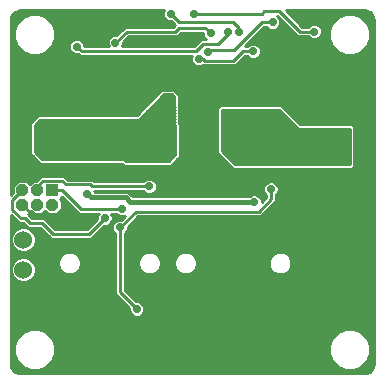
<source format=gbl>
G75*
%MOIN*%
%OFA0B0*%
%FSLAX24Y24*%
%IPPOS*%
%LPD*%
%AMOC8*
5,1,8,0,0,1.08239X$1,22.5*
%
%ADD10OC8,0.0650*%
%ADD11R,0.0396X0.0396*%
%ADD12OC8,0.0396*%
%ADD13C,0.0600*%
%ADD14C,0.0100*%
%ADD15C,0.0290*%
%ADD16C,0.0450*%
%ADD17C,0.0160*%
D10*
X002650Y008961D03*
X002650Y010339D03*
X012150Y010339D03*
X012150Y008961D03*
D11*
X002744Y007463D03*
D12*
X002244Y007463D03*
X002244Y006963D03*
X002744Y006963D03*
X001744Y006963D03*
X001744Y007463D03*
D13*
X001775Y005806D03*
X001775Y004806D03*
D14*
X001438Y001446D02*
X013362Y001446D01*
X013399Y001483D02*
X013317Y001401D01*
X013209Y001356D01*
X013150Y001350D01*
X001650Y001350D01*
X001591Y001356D01*
X001483Y001401D01*
X001401Y001483D01*
X001356Y001591D01*
X001350Y001650D01*
X001350Y006630D01*
X001521Y006459D01*
X001615Y006365D01*
X001771Y006365D01*
X001834Y006302D01*
X001927Y006209D01*
X002334Y006209D01*
X002615Y005927D01*
X002709Y005834D01*
X004029Y005834D01*
X004465Y006270D01*
X004544Y006270D01*
X004638Y006309D01*
X004710Y006381D01*
X004749Y006474D01*
X004749Y006576D01*
X004710Y006669D01*
X004702Y006678D01*
X004856Y006678D01*
X004912Y006621D01*
X005006Y006583D01*
X005107Y006583D01*
X005159Y006604D01*
X005022Y006467D01*
X004943Y006467D01*
X004849Y006429D01*
X004778Y006357D01*
X004739Y006263D01*
X004739Y006162D01*
X004778Y006068D01*
X004834Y006012D01*
X004834Y003990D01*
X004927Y003896D01*
X005301Y003522D01*
X005301Y003443D01*
X005340Y003349D01*
X005412Y003278D01*
X005506Y003239D01*
X005607Y003239D01*
X005701Y003278D01*
X005772Y003349D01*
X005811Y003443D01*
X005811Y003544D01*
X005772Y003638D01*
X005701Y003710D01*
X005607Y003749D01*
X005528Y003749D01*
X005154Y004123D01*
X005154Y006012D01*
X005210Y006068D01*
X005249Y006162D01*
X005249Y006241D01*
X005591Y006584D01*
X009685Y006584D01*
X010091Y006990D01*
X010091Y006990D01*
X010185Y007084D01*
X010185Y007293D01*
X010241Y007349D01*
X010280Y007443D01*
X010280Y007544D01*
X010241Y007638D01*
X010169Y007710D01*
X010076Y007749D01*
X009974Y007749D01*
X009881Y007710D01*
X009809Y007638D01*
X009770Y007544D01*
X009770Y007443D01*
X009809Y007349D01*
X009865Y007293D01*
X009865Y007216D01*
X009717Y007069D01*
X009717Y007110D01*
X009679Y007204D01*
X009607Y007275D01*
X009513Y007314D01*
X009412Y007314D01*
X009318Y007275D01*
X009292Y007249D01*
X005413Y007249D01*
X005371Y007291D01*
X005260Y007402D01*
X004149Y007402D01*
X004139Y007428D01*
X005762Y007428D01*
X005818Y007371D01*
X005912Y007333D01*
X006013Y007333D01*
X006107Y007371D01*
X006179Y007443D01*
X006217Y007537D01*
X006217Y007638D01*
X006179Y007732D01*
X006107Y007804D01*
X006013Y007842D01*
X005912Y007842D01*
X005818Y007804D01*
X005762Y007747D01*
X004123Y007747D01*
X004060Y007810D01*
X003248Y007810D01*
X003216Y007841D01*
X003123Y007935D01*
X002365Y007935D01*
X002200Y007770D01*
X002116Y007770D01*
X001994Y007648D01*
X001871Y007770D01*
X001616Y007770D01*
X001436Y007590D01*
X001436Y007381D01*
X001350Y007295D01*
X001350Y013150D01*
X001356Y013209D01*
X001401Y013317D01*
X001483Y013399D01*
X001591Y013444D01*
X001650Y013450D01*
X006452Y013450D01*
X006426Y013388D01*
X006426Y013287D01*
X006465Y013193D01*
X006537Y013121D01*
X006631Y013083D01*
X006710Y013083D01*
X006803Y012990D01*
X006830Y012963D01*
X006803Y012935D01*
X006771Y012904D01*
X005146Y012904D01*
X005053Y012810D01*
X004866Y012624D01*
X004787Y012624D01*
X004693Y012585D01*
X004621Y012513D01*
X004583Y012419D01*
X004583Y012318D01*
X004612Y012247D01*
X003811Y012247D01*
X003811Y012294D01*
X003772Y012388D01*
X003701Y012460D01*
X003607Y012499D01*
X003506Y012499D01*
X003412Y012460D01*
X003340Y012388D01*
X003301Y012294D01*
X003301Y012193D01*
X003340Y012099D01*
X003412Y012028D01*
X003506Y011989D01*
X003585Y011989D01*
X003646Y011928D01*
X007380Y011928D01*
X007364Y011888D01*
X007364Y011787D01*
X007403Y011693D01*
X007474Y011621D01*
X007568Y011583D01*
X007669Y011583D01*
X007763Y011621D01*
X007764Y011622D01*
X007771Y011615D01*
X008841Y011615D01*
X008935Y011709D01*
X009154Y011928D01*
X009231Y011928D01*
X009287Y011871D01*
X009381Y011833D01*
X009482Y011833D01*
X009576Y011871D01*
X009647Y011943D01*
X009686Y012037D01*
X009686Y012138D01*
X009647Y012232D01*
X009576Y012304D01*
X009482Y012342D01*
X009381Y012342D01*
X009287Y012304D01*
X009231Y012247D01*
X009161Y012247D01*
X009810Y012896D01*
X009887Y012896D01*
X009943Y012840D01*
X010037Y012801D01*
X010138Y012801D01*
X010232Y012840D01*
X010304Y012912D01*
X010342Y013006D01*
X010342Y013107D01*
X010304Y013201D01*
X010233Y013271D01*
X010240Y013271D01*
X010834Y012677D01*
X010927Y012584D01*
X011262Y012584D01*
X011318Y012528D01*
X011412Y012489D01*
X011513Y012489D01*
X011607Y012528D01*
X011679Y012599D01*
X011717Y012693D01*
X011717Y012794D01*
X011679Y012888D01*
X011607Y012960D01*
X011513Y012999D01*
X011412Y012999D01*
X011318Y012960D01*
X011262Y012904D01*
X011060Y012904D01*
X010514Y013450D01*
X013150Y013450D01*
X013209Y013444D01*
X013317Y013399D01*
X013399Y013317D01*
X013444Y013209D01*
X013450Y013150D01*
X013450Y001650D01*
X013444Y001591D01*
X013399Y001483D01*
X013425Y001544D02*
X012996Y001544D01*
X013042Y001563D02*
X012788Y001458D01*
X012512Y001458D01*
X012258Y001563D01*
X012063Y001758D01*
X011958Y002012D01*
X011958Y002288D01*
X012063Y002542D01*
X012258Y002737D01*
X012512Y002842D01*
X012788Y002842D01*
X013042Y002737D01*
X013237Y002542D01*
X013342Y002288D01*
X013342Y002012D01*
X013237Y001758D01*
X013042Y001563D01*
X013121Y001643D02*
X013449Y001643D01*
X013450Y001741D02*
X013220Y001741D01*
X013271Y001840D02*
X013450Y001840D01*
X013450Y001938D02*
X013311Y001938D01*
X013342Y002037D02*
X013450Y002037D01*
X013450Y002135D02*
X013342Y002135D01*
X013342Y002234D02*
X013450Y002234D01*
X013450Y002332D02*
X013324Y002332D01*
X013283Y002431D02*
X013450Y002431D01*
X013450Y002529D02*
X013242Y002529D01*
X013151Y002628D02*
X013450Y002628D01*
X013450Y002726D02*
X013053Y002726D01*
X012830Y002825D02*
X013450Y002825D01*
X013450Y002923D02*
X001350Y002923D01*
X001350Y002825D02*
X001970Y002825D01*
X002012Y002842D02*
X001758Y002737D01*
X001563Y002542D01*
X001458Y002288D01*
X001458Y002012D01*
X001563Y001758D01*
X001758Y001563D01*
X002012Y001458D01*
X002288Y001458D01*
X002542Y001563D01*
X002737Y001758D01*
X002842Y002012D01*
X002842Y002288D01*
X002737Y002542D01*
X002542Y002737D01*
X002288Y002842D01*
X002012Y002842D01*
X001747Y002726D02*
X001350Y002726D01*
X001350Y002628D02*
X001649Y002628D01*
X001558Y002529D02*
X001350Y002529D01*
X001350Y002431D02*
X001517Y002431D01*
X001476Y002332D02*
X001350Y002332D01*
X001350Y002234D02*
X001458Y002234D01*
X001458Y002135D02*
X001350Y002135D01*
X001350Y002037D02*
X001458Y002037D01*
X001489Y001938D02*
X001350Y001938D01*
X001350Y001840D02*
X001529Y001840D01*
X001580Y001741D02*
X001350Y001741D01*
X001351Y001643D02*
X001679Y001643D01*
X001804Y001544D02*
X001375Y001544D01*
X002496Y001544D02*
X012304Y001544D01*
X012179Y001643D02*
X002621Y001643D01*
X002720Y001741D02*
X012080Y001741D01*
X012029Y001840D02*
X002771Y001840D01*
X002811Y001938D02*
X011989Y001938D01*
X011958Y002037D02*
X002842Y002037D01*
X002842Y002135D02*
X011958Y002135D01*
X011958Y002234D02*
X002842Y002234D01*
X002824Y002332D02*
X011976Y002332D01*
X012017Y002431D02*
X002783Y002431D01*
X002742Y002529D02*
X012058Y002529D01*
X012149Y002628D02*
X002651Y002628D01*
X002553Y002726D02*
X012247Y002726D01*
X012470Y002825D02*
X002330Y002825D01*
X001350Y003022D02*
X013450Y003022D01*
X013450Y003120D02*
X001350Y003120D01*
X001350Y003219D02*
X013450Y003219D01*
X013450Y003317D02*
X005740Y003317D01*
X005800Y003416D02*
X013450Y003416D01*
X013450Y003514D02*
X005811Y003514D01*
X005783Y003613D02*
X013450Y003613D01*
X013450Y003711D02*
X005698Y003711D01*
X005467Y003810D02*
X013450Y003810D01*
X013450Y003908D02*
X005368Y003908D01*
X005270Y004007D02*
X013450Y004007D01*
X013450Y004105D02*
X005171Y004105D01*
X005154Y004204D02*
X013450Y004204D01*
X013450Y004302D02*
X005154Y004302D01*
X005154Y004401D02*
X013450Y004401D01*
X013450Y004499D02*
X005154Y004499D01*
X005154Y004598D02*
X013450Y004598D01*
X013450Y004696D02*
X010522Y004696D01*
X010545Y004705D02*
X010651Y004811D01*
X010708Y004950D01*
X010708Y005100D01*
X010651Y005239D01*
X010545Y005345D01*
X010406Y005402D01*
X010256Y005402D01*
X010117Y005345D01*
X010011Y005239D01*
X009954Y005100D01*
X009954Y004950D01*
X010011Y004811D01*
X010117Y004705D01*
X010256Y004648D01*
X010406Y004648D01*
X010545Y004705D01*
X010634Y004795D02*
X013450Y004795D01*
X013450Y004893D02*
X010685Y004893D01*
X010708Y004992D02*
X013450Y004992D01*
X013450Y005090D02*
X010708Y005090D01*
X010672Y005189D02*
X013450Y005189D01*
X013450Y005287D02*
X010602Y005287D01*
X010446Y005386D02*
X013450Y005386D01*
X013450Y005484D02*
X005154Y005484D01*
X005154Y005386D02*
X005873Y005386D01*
X005914Y005402D02*
X005775Y005345D01*
X005669Y005239D01*
X005611Y005100D01*
X005611Y004950D01*
X005669Y004811D01*
X005775Y004705D01*
X005914Y004648D01*
X006064Y004648D01*
X006202Y004705D01*
X006308Y004811D01*
X006366Y004950D01*
X006366Y005100D01*
X006308Y005239D01*
X006202Y005345D01*
X006064Y005402D01*
X005914Y005402D01*
X005717Y005287D02*
X005154Y005287D01*
X005154Y005189D02*
X005648Y005189D01*
X005611Y005090D02*
X005154Y005090D01*
X005154Y004992D02*
X005611Y004992D01*
X005635Y004893D02*
X005154Y004893D01*
X005154Y004795D02*
X005686Y004795D01*
X005797Y004696D02*
X005154Y004696D01*
X004834Y004696D02*
X003503Y004696D01*
X003525Y004705D02*
X003631Y004811D01*
X003689Y004950D01*
X003689Y005100D01*
X003631Y005239D01*
X003525Y005345D01*
X003386Y005402D01*
X003236Y005402D01*
X003098Y005345D01*
X002992Y005239D01*
X002934Y005100D01*
X002934Y004950D01*
X002992Y004811D01*
X003098Y004705D01*
X003236Y004648D01*
X003386Y004648D01*
X003525Y004705D01*
X003614Y004795D02*
X004834Y004795D01*
X004834Y004893D02*
X003665Y004893D01*
X003689Y004992D02*
X004834Y004992D01*
X004834Y005090D02*
X003689Y005090D01*
X003652Y005189D02*
X004834Y005189D01*
X004834Y005287D02*
X003583Y005287D01*
X003427Y005386D02*
X004834Y005386D01*
X004834Y005484D02*
X002033Y005484D01*
X002007Y005459D02*
X001857Y005396D01*
X001693Y005396D01*
X001543Y005459D01*
X001427Y005574D01*
X001365Y005725D01*
X001365Y005888D01*
X001427Y006038D01*
X001543Y006154D01*
X001693Y006216D01*
X001857Y006216D01*
X002007Y006154D01*
X002123Y006038D01*
X002185Y005888D01*
X002185Y005725D01*
X002123Y005574D01*
X002007Y005459D01*
X002126Y005583D02*
X004834Y005583D01*
X004834Y005681D02*
X002167Y005681D01*
X002185Y005780D02*
X004834Y005780D01*
X004834Y005878D02*
X004073Y005878D01*
X004172Y005977D02*
X004834Y005977D01*
X004775Y006075D02*
X004270Y006075D01*
X004369Y006174D02*
X004739Y006174D01*
X004742Y006272D02*
X004549Y006272D01*
X004700Y006371D02*
X004791Y006371D01*
X004747Y006469D02*
X005024Y006469D01*
X005122Y006568D02*
X004749Y006568D01*
X004711Y006666D02*
X004867Y006666D01*
X005056Y006838D02*
X003681Y006838D01*
X003056Y007463D01*
X002744Y007463D01*
X003052Y007241D02*
X003052Y007219D01*
X002987Y007155D01*
X002987Y007155D01*
X003052Y007090D01*
X003052Y006835D01*
X002871Y006655D01*
X002616Y006655D01*
X002494Y006777D01*
X002371Y006655D01*
X002116Y006655D01*
X002022Y006749D01*
X001931Y006658D01*
X002060Y006529D01*
X002466Y006529D01*
X002841Y006154D01*
X003896Y006154D01*
X004239Y006496D01*
X004239Y006576D01*
X004278Y006669D01*
X004286Y006678D01*
X003615Y006678D01*
X003052Y007241D01*
X002991Y007159D02*
X003134Y007159D01*
X003052Y007060D02*
X003232Y007060D01*
X003331Y006962D02*
X003052Y006962D01*
X003052Y006863D02*
X003429Y006863D01*
X003528Y006765D02*
X002981Y006765D01*
X002883Y006666D02*
X004276Y006666D01*
X004239Y006568D02*
X002021Y006568D01*
X002088Y006619D02*
X002588Y006619D01*
X002900Y006306D01*
X002822Y006174D02*
X003916Y006174D01*
X004014Y006272D02*
X002723Y006272D01*
X002625Y006371D02*
X004113Y006371D01*
X004211Y006469D02*
X002526Y006469D01*
X002400Y006369D02*
X002775Y005994D01*
X003963Y005994D01*
X004494Y006525D01*
X004994Y006213D02*
X004994Y004056D01*
X005556Y003494D01*
X005372Y003317D02*
X001350Y003317D01*
X001350Y003416D02*
X005313Y003416D01*
X005301Y003514D02*
X001350Y003514D01*
X001350Y003613D02*
X005211Y003613D01*
X005113Y003711D02*
X001350Y003711D01*
X001350Y003810D02*
X005014Y003810D01*
X004916Y003908D02*
X001350Y003908D01*
X001350Y004007D02*
X004834Y004007D01*
X004834Y004105D02*
X001350Y004105D01*
X001350Y004204D02*
X004834Y004204D01*
X004834Y004302D02*
X001350Y004302D01*
X001350Y004401D02*
X001683Y004401D01*
X001693Y004396D02*
X001857Y004396D01*
X002007Y004459D01*
X002123Y004574D01*
X002185Y004725D01*
X002185Y004888D01*
X002123Y005038D01*
X002007Y005154D01*
X001857Y005216D01*
X001693Y005216D01*
X001543Y005154D01*
X001427Y005038D01*
X001365Y004888D01*
X001365Y004725D01*
X001427Y004574D01*
X001543Y004459D01*
X001693Y004396D01*
X001867Y004401D02*
X004834Y004401D01*
X004834Y004499D02*
X002048Y004499D01*
X002132Y004598D02*
X004834Y004598D01*
X005154Y005583D02*
X013450Y005583D01*
X013450Y005681D02*
X005154Y005681D01*
X005154Y005780D02*
X013450Y005780D01*
X013450Y005878D02*
X005154Y005878D01*
X005154Y005977D02*
X013450Y005977D01*
X013450Y006075D02*
X005213Y006075D01*
X005249Y006174D02*
X013450Y006174D01*
X013450Y006272D02*
X005280Y006272D01*
X005378Y006371D02*
X013450Y006371D01*
X013450Y006469D02*
X005477Y006469D01*
X005575Y006568D02*
X013450Y006568D01*
X013450Y006666D02*
X009767Y006666D01*
X009866Y006765D02*
X013450Y006765D01*
X013450Y006863D02*
X009964Y006863D01*
X010063Y006962D02*
X013450Y006962D01*
X013450Y007060D02*
X010161Y007060D01*
X010185Y007159D02*
X013450Y007159D01*
X013450Y007257D02*
X010185Y007257D01*
X010244Y007356D02*
X013450Y007356D01*
X013450Y007454D02*
X010280Y007454D01*
X010277Y007553D02*
X013450Y007553D01*
X013450Y007651D02*
X010228Y007651D01*
X010025Y007494D02*
X010025Y007150D01*
X009619Y006744D01*
X005525Y006744D01*
X004994Y006213D01*
X005405Y007257D02*
X009300Y007257D01*
X009625Y007257D02*
X009865Y007257D01*
X009807Y007159D02*
X009697Y007159D01*
X009806Y007356D02*
X006069Y007356D01*
X006183Y007454D02*
X009770Y007454D01*
X009773Y007553D02*
X006217Y007553D01*
X006212Y007651D02*
X009822Y007651D01*
X008771Y008178D02*
X012716Y008178D01*
X012810Y008271D01*
X012810Y009560D01*
X012716Y009654D01*
X012584Y009654D01*
X010998Y009654D01*
X010466Y010185D01*
X010373Y010279D01*
X008334Y010279D01*
X008240Y010185D01*
X008240Y008709D01*
X008678Y008271D01*
X008771Y008178D01*
X008707Y008242D02*
X001350Y008242D01*
X001350Y008144D02*
X013450Y008144D01*
X013450Y008242D02*
X012781Y008242D01*
X012810Y008341D02*
X013450Y008341D01*
X013450Y008439D02*
X012810Y008439D01*
X012810Y008538D02*
X013450Y008538D01*
X013450Y008636D02*
X012810Y008636D01*
X012810Y008735D02*
X013450Y008735D01*
X013450Y008833D02*
X012810Y008833D01*
X012810Y008932D02*
X013450Y008932D01*
X013450Y009030D02*
X012810Y009030D01*
X012810Y009129D02*
X013450Y009129D01*
X013450Y009227D02*
X012810Y009227D01*
X012810Y009326D02*
X013450Y009326D01*
X013450Y009424D02*
X012810Y009424D01*
X012810Y009523D02*
X013450Y009523D01*
X013450Y009621D02*
X012749Y009621D01*
X012650Y009494D02*
X012650Y008338D01*
X008838Y008338D01*
X008400Y008775D01*
X008400Y010119D01*
X010306Y010119D01*
X010931Y009494D01*
X012650Y009494D01*
X012650Y009424D02*
X008400Y009424D01*
X008400Y009326D02*
X012650Y009326D01*
X012650Y009227D02*
X008400Y009227D01*
X008400Y009129D02*
X012650Y009129D01*
X012650Y009030D02*
X008400Y009030D01*
X008400Y008932D02*
X012650Y008932D01*
X012650Y008833D02*
X008400Y008833D01*
X008440Y008735D02*
X012650Y008735D01*
X012650Y008636D02*
X008539Y008636D01*
X008637Y008538D02*
X012650Y008538D01*
X012650Y008439D02*
X008736Y008439D01*
X008834Y008341D02*
X012650Y008341D01*
X013450Y008045D02*
X001350Y008045D01*
X001350Y007947D02*
X013450Y007947D01*
X013450Y007848D02*
X003210Y007848D01*
X003056Y007775D02*
X003181Y007650D01*
X003994Y007650D01*
X004056Y007588D01*
X005963Y007588D01*
X006161Y007750D02*
X013450Y007750D01*
X013450Y009720D02*
X010932Y009720D01*
X010833Y009818D02*
X013450Y009818D01*
X013450Y009917D02*
X012399Y009917D01*
X012347Y009864D02*
X012200Y009864D01*
X012200Y010289D01*
X012200Y010389D01*
X012100Y010389D01*
X012100Y010814D01*
X011953Y010814D01*
X011675Y010536D01*
X011675Y010389D01*
X012100Y010389D01*
X012100Y010289D01*
X011675Y010289D01*
X011675Y010142D01*
X011953Y009864D01*
X012100Y009864D01*
X012100Y010289D01*
X012200Y010289D01*
X012625Y010289D01*
X012625Y010142D01*
X012347Y009864D01*
X012200Y009917D02*
X012100Y009917D01*
X012100Y010015D02*
X012200Y010015D01*
X012200Y010114D02*
X012100Y010114D01*
X012100Y010212D02*
X012200Y010212D01*
X012200Y010311D02*
X013450Y010311D01*
X013450Y010409D02*
X012625Y010409D01*
X012625Y010389D02*
X012625Y010536D01*
X012347Y010814D01*
X012200Y010814D01*
X012200Y010389D01*
X012625Y010389D01*
X012650Y010409D02*
X010641Y010409D01*
X010739Y010311D02*
X012650Y010311D01*
X012650Y010212D02*
X010838Y010212D01*
X010936Y010114D02*
X012650Y010114D01*
X012596Y010114D02*
X013450Y010114D01*
X013450Y010212D02*
X012625Y010212D01*
X012650Y010015D02*
X011035Y010015D01*
X011119Y009931D02*
X012650Y009931D01*
X012650Y010806D01*
X011400Y010806D01*
X010619Y011588D01*
X007682Y011588D01*
X007669Y011583D01*
X007568Y011583D01*
X007556Y011588D01*
X002713Y011588D01*
X002150Y011025D01*
X002150Y009845D01*
X002178Y009873D01*
X002178Y009873D01*
X002271Y009966D01*
X002351Y009966D01*
X002175Y010142D01*
X002175Y010289D01*
X002600Y010289D01*
X002600Y010389D01*
X002600Y010814D01*
X002453Y010814D01*
X002175Y010536D01*
X002175Y010389D01*
X002600Y010389D01*
X002700Y010389D01*
X002700Y010814D01*
X002847Y010814D01*
X003125Y010536D01*
X003125Y010389D01*
X002700Y010389D01*
X002700Y010289D01*
X003125Y010289D01*
X003125Y010142D01*
X002949Y009966D01*
X005552Y009966D01*
X006303Y010716D01*
X006396Y010810D01*
X006779Y010810D01*
X006918Y010670D01*
X006965Y010625D01*
X006965Y010624D01*
X006966Y010623D01*
X006966Y010558D01*
X006996Y008717D01*
X006997Y008716D01*
X006997Y008651D01*
X006999Y008586D01*
X006997Y008585D01*
X006997Y008584D01*
X006952Y008538D01*
X006906Y008491D01*
X006905Y008491D01*
X006779Y008365D01*
X006685Y008271D01*
X005115Y008271D01*
X005052Y008334D01*
X002334Y008334D01*
X002084Y008584D01*
X001990Y008677D01*
X001990Y009685D01*
X002084Y009779D01*
X002084Y009779D01*
X002178Y009873D01*
X002271Y009966D01*
X005466Y009966D01*
X006369Y010869D01*
X008181Y010869D01*
X008494Y010556D01*
X010494Y010556D01*
X011119Y009931D01*
X010804Y009621D02*
X008400Y009621D01*
X008400Y009523D02*
X010902Y009523D01*
X010705Y009720D02*
X008400Y009720D01*
X008400Y009818D02*
X010607Y009818D01*
X010508Y009917D02*
X008400Y009917D01*
X008400Y010015D02*
X010410Y010015D01*
X010311Y010114D02*
X008400Y010114D01*
X008240Y010114D02*
X006974Y010114D01*
X006972Y010212D02*
X008267Y010212D01*
X008240Y010015D02*
X006975Y010015D01*
X006977Y009917D02*
X008240Y009917D01*
X008240Y009818D02*
X006978Y009818D01*
X006980Y009720D02*
X008240Y009720D01*
X008240Y009621D02*
X006982Y009621D01*
X006983Y009523D02*
X008240Y009523D01*
X008240Y009424D02*
X006985Y009424D01*
X006986Y009326D02*
X008240Y009326D01*
X008240Y009227D02*
X006988Y009227D01*
X006990Y009129D02*
X008240Y009129D01*
X008240Y009030D02*
X006991Y009030D01*
X006993Y008932D02*
X008240Y008932D01*
X008240Y008833D02*
X006995Y008833D01*
X006996Y008735D02*
X008240Y008735D01*
X008313Y008636D02*
X006998Y008636D01*
X006951Y008538D02*
X008411Y008538D01*
X008510Y008439D02*
X006853Y008439D01*
X006754Y008341D02*
X008608Y008341D01*
X006970Y010311D02*
X012100Y010311D01*
X012100Y010409D02*
X012200Y010409D01*
X012200Y010508D02*
X012100Y010508D01*
X012100Y010606D02*
X012200Y010606D01*
X012200Y010705D02*
X012100Y010705D01*
X012100Y010803D02*
X012200Y010803D01*
X012357Y010803D02*
X013450Y010803D01*
X013450Y010705D02*
X012456Y010705D01*
X012554Y010606D02*
X013450Y010606D01*
X013450Y010508D02*
X012625Y010508D01*
X012650Y010508D02*
X010542Y010508D01*
X010439Y010212D02*
X011675Y010212D01*
X011704Y010114D02*
X010538Y010114D01*
X010636Y010015D02*
X011802Y010015D01*
X011901Y009917D02*
X010735Y009917D01*
X011305Y010902D02*
X002150Y010902D01*
X002150Y011000D02*
X011206Y011000D01*
X011108Y011099D02*
X002224Y011099D01*
X002322Y011197D02*
X011009Y011197D01*
X010911Y011296D02*
X002421Y011296D01*
X002519Y011394D02*
X010812Y011394D01*
X010714Y011493D02*
X002618Y011493D01*
X002353Y011985D02*
X003589Y011985D01*
X003713Y012088D02*
X003556Y012244D01*
X003713Y012088D02*
X007525Y012088D01*
X007775Y012338D01*
X008275Y012338D01*
X008588Y012650D01*
X008588Y012713D01*
X008963Y012713D02*
X008963Y012869D01*
X008775Y013056D01*
X006963Y013056D01*
X006681Y013338D01*
X006724Y013069D02*
X002710Y013069D01*
X002737Y013042D02*
X002542Y013237D01*
X002288Y013342D01*
X002012Y013342D01*
X001758Y013237D01*
X001563Y013042D01*
X001458Y012788D01*
X001458Y012512D01*
X001563Y012258D01*
X001758Y012063D01*
X002012Y011958D01*
X002288Y011958D01*
X002542Y012063D01*
X002737Y012258D01*
X002842Y012512D01*
X002842Y012788D01*
X002737Y013042D01*
X002767Y012970D02*
X006822Y012970D01*
X006963Y012869D02*
X006838Y012744D01*
X005213Y012744D01*
X004838Y012369D01*
X004607Y012478D02*
X003658Y012478D01*
X003776Y012379D02*
X004583Y012379D01*
X004598Y012281D02*
X003811Y012281D01*
X003454Y012478D02*
X002828Y012478D01*
X002842Y012576D02*
X004684Y012576D01*
X004917Y012675D02*
X002842Y012675D01*
X002842Y012773D02*
X005016Y012773D01*
X005114Y012872D02*
X002807Y012872D01*
X002612Y013167D02*
X006491Y013167D01*
X006435Y013266D02*
X002473Y013266D01*
X001827Y013266D02*
X001379Y013266D01*
X001352Y013167D02*
X001688Y013167D01*
X001590Y013069D02*
X001350Y013069D01*
X001350Y012970D02*
X001533Y012970D01*
X001493Y012872D02*
X001350Y012872D01*
X001350Y012773D02*
X001458Y012773D01*
X001458Y012675D02*
X001350Y012675D01*
X001350Y012576D02*
X001458Y012576D01*
X001472Y012478D02*
X001350Y012478D01*
X001350Y012379D02*
X001513Y012379D01*
X001554Y012281D02*
X001350Y012281D01*
X001350Y012182D02*
X001639Y012182D01*
X001738Y012084D02*
X001350Y012084D01*
X001350Y011985D02*
X001947Y011985D01*
X001350Y011887D02*
X007364Y011887D01*
X007364Y011788D02*
X001350Y011788D01*
X001350Y011690D02*
X007406Y011690D01*
X007547Y011591D02*
X001350Y011591D01*
X001350Y011493D02*
X013450Y011493D01*
X013450Y011591D02*
X007690Y011591D01*
X007838Y011775D02*
X007775Y011838D01*
X007619Y011838D01*
X007838Y011775D02*
X008775Y011775D01*
X009088Y012088D01*
X009431Y012088D01*
X009264Y012281D02*
X009194Y012281D01*
X009293Y012379D02*
X012013Y012379D01*
X011972Y012478D02*
X009391Y012478D01*
X009490Y012576D02*
X011270Y012576D01*
X011463Y012744D02*
X010994Y012744D01*
X010306Y013431D01*
X009806Y013431D01*
X009713Y013338D01*
X007463Y013338D01*
X007838Y012869D02*
X006963Y012869D01*
X007029Y012709D02*
X007770Y012709D01*
X007770Y012631D01*
X007809Y012537D01*
X007848Y012497D01*
X007709Y012497D01*
X007459Y012247D01*
X005063Y012247D01*
X005092Y012318D01*
X005092Y012397D01*
X005279Y012584D01*
X006904Y012584D01*
X007029Y012709D01*
X006995Y012675D02*
X007770Y012675D01*
X007793Y012576D02*
X005271Y012576D01*
X005173Y012478D02*
X007689Y012478D01*
X007590Y012379D02*
X005092Y012379D01*
X005077Y012281D02*
X007492Y012281D01*
X007931Y012056D02*
X007963Y012056D01*
X008025Y012119D01*
X008806Y012119D01*
X009744Y013056D01*
X010088Y013056D01*
X010263Y012872D02*
X010640Y012872D01*
X010541Y012970D02*
X010328Y012970D01*
X010342Y013069D02*
X010443Y013069D01*
X010344Y013167D02*
X010318Y013167D01*
X010246Y013266D02*
X010239Y013266D01*
X010600Y013364D02*
X013352Y013364D01*
X013421Y013266D02*
X012973Y013266D01*
X013042Y013237D02*
X012788Y013342D01*
X012512Y013342D01*
X012258Y013237D01*
X012063Y013042D01*
X011958Y012788D01*
X011958Y012512D01*
X012063Y012258D01*
X012258Y012063D01*
X012512Y011958D01*
X012788Y011958D01*
X013042Y012063D01*
X013237Y012258D01*
X013342Y012512D01*
X013342Y012788D01*
X013237Y013042D01*
X013042Y013237D01*
X013112Y013167D02*
X013448Y013167D01*
X013450Y013069D02*
X013210Y013069D01*
X013267Y012970D02*
X013450Y012970D01*
X013450Y012872D02*
X013307Y012872D01*
X013342Y012773D02*
X013450Y012773D01*
X013450Y012675D02*
X013342Y012675D01*
X013342Y012576D02*
X013450Y012576D01*
X013450Y012478D02*
X013328Y012478D01*
X013287Y012379D02*
X013450Y012379D01*
X013450Y012281D02*
X013246Y012281D01*
X013161Y012182D02*
X013450Y012182D01*
X013450Y012084D02*
X013062Y012084D01*
X012853Y011985D02*
X013450Y011985D01*
X013450Y011887D02*
X009591Y011887D01*
X009665Y011985D02*
X012447Y011985D01*
X012238Y012084D02*
X009686Y012084D01*
X009668Y012182D02*
X012139Y012182D01*
X012054Y012281D02*
X009599Y012281D01*
X009588Y012675D02*
X010837Y012675D01*
X010738Y012773D02*
X009687Y012773D01*
X009785Y012872D02*
X009912Y012872D01*
X010698Y013266D02*
X012327Y013266D01*
X012188Y013167D02*
X010797Y013167D01*
X010895Y013069D02*
X012090Y013069D01*
X012033Y012970D02*
X011583Y012970D01*
X011686Y012872D02*
X011993Y012872D01*
X011958Y012773D02*
X011717Y012773D01*
X011710Y012675D02*
X011958Y012675D01*
X011958Y012576D02*
X011655Y012576D01*
X011342Y012970D02*
X010994Y012970D01*
X009272Y011887D02*
X009113Y011887D01*
X009014Y011788D02*
X013450Y011788D01*
X013450Y011690D02*
X008916Y011690D01*
X008247Y010803D02*
X012650Y010803D01*
X012650Y010705D02*
X008345Y010705D01*
X008444Y010606D02*
X012650Y010606D01*
X012498Y010015D02*
X013450Y010015D01*
X013450Y010902D02*
X001350Y010902D01*
X001350Y011000D02*
X013450Y011000D01*
X013450Y011099D02*
X001350Y011099D01*
X001350Y011197D02*
X013450Y011197D01*
X013450Y011296D02*
X001350Y011296D01*
X001350Y011394D02*
X013450Y011394D01*
X011943Y010803D02*
X006786Y010803D01*
X006884Y010705D02*
X011844Y010705D01*
X011746Y010606D02*
X006966Y010606D01*
X006967Y010508D02*
X011675Y010508D01*
X011675Y010409D02*
X006969Y010409D01*
X006809Y010409D02*
X006222Y010409D01*
X006320Y010508D02*
X006807Y010508D01*
X006806Y010556D02*
X006838Y008650D01*
X006619Y008431D01*
X005181Y008431D01*
X005119Y008494D01*
X002400Y008494D01*
X002150Y008744D01*
X002150Y009619D01*
X002338Y009806D01*
X005619Y009806D01*
X006463Y010650D01*
X006713Y010650D01*
X006806Y010556D01*
X006756Y010606D02*
X006419Y010606D01*
X006291Y010705D02*
X002956Y010705D01*
X002857Y010803D02*
X006389Y010803D01*
X006303Y010803D02*
X002150Y010803D01*
X002150Y010705D02*
X006205Y010705D01*
X006192Y010606D02*
X003054Y010606D01*
X003125Y010508D02*
X006094Y010508D01*
X006008Y010508D02*
X002150Y010508D01*
X002175Y010508D02*
X001350Y010508D01*
X001350Y010606D02*
X002246Y010606D01*
X002150Y010606D02*
X006106Y010606D01*
X005995Y010409D02*
X003125Y010409D01*
X003125Y010212D02*
X005798Y010212D01*
X005712Y010212D02*
X002150Y010212D01*
X002175Y010212D02*
X001350Y010212D01*
X001350Y010114D02*
X002204Y010114D01*
X002150Y010114D02*
X005614Y010114D01*
X005700Y010114D02*
X003096Y010114D01*
X002998Y010015D02*
X005601Y010015D01*
X005515Y010015D02*
X002150Y010015D01*
X002150Y009917D02*
X002221Y009917D01*
X001350Y009917D01*
X001350Y010015D02*
X002302Y010015D01*
X002123Y009818D02*
X001350Y009818D01*
X001350Y009720D02*
X002024Y009720D01*
X001990Y009621D02*
X001350Y009621D01*
X001350Y009523D02*
X001990Y009523D01*
X001990Y009424D02*
X001350Y009424D01*
X001350Y009326D02*
X001990Y009326D01*
X001990Y009227D02*
X001350Y009227D01*
X001350Y009129D02*
X001990Y009129D01*
X001990Y009030D02*
X001350Y009030D01*
X001350Y008932D02*
X001990Y008932D01*
X001990Y008833D02*
X001350Y008833D01*
X001350Y008735D02*
X001990Y008735D01*
X002031Y008636D02*
X001350Y008636D01*
X001350Y008538D02*
X002130Y008538D01*
X002228Y008439D02*
X001350Y008439D01*
X001350Y008341D02*
X002327Y008341D01*
X002356Y008538D02*
X006725Y008538D01*
X006824Y008636D02*
X002258Y008636D01*
X002159Y008735D02*
X006836Y008735D01*
X006834Y008833D02*
X002150Y008833D01*
X002150Y008932D02*
X006833Y008932D01*
X006831Y009030D02*
X002150Y009030D01*
X002150Y009129D02*
X006830Y009129D01*
X006828Y009227D02*
X002150Y009227D01*
X002150Y009326D02*
X006826Y009326D01*
X006825Y009424D02*
X002150Y009424D01*
X002150Y009523D02*
X006823Y009523D01*
X006822Y009621D02*
X002152Y009621D01*
X002251Y009720D02*
X006820Y009720D01*
X006818Y009818D02*
X005631Y009818D01*
X005729Y009917D02*
X006817Y009917D01*
X006815Y010015D02*
X005828Y010015D01*
X005926Y010114D02*
X006814Y010114D01*
X006812Y010212D02*
X006025Y010212D01*
X006123Y010311D02*
X006810Y010311D01*
X005909Y010409D02*
X002150Y010409D01*
X002175Y010409D02*
X001350Y010409D01*
X001350Y010311D02*
X002600Y010311D01*
X002600Y010409D02*
X002700Y010409D01*
X002700Y010311D02*
X005897Y010311D01*
X005811Y010311D02*
X002150Y010311D01*
X002344Y010705D02*
X001350Y010705D01*
X001350Y010803D02*
X002443Y010803D01*
X002600Y010803D02*
X002700Y010803D01*
X002700Y010705D02*
X002600Y010705D01*
X002600Y010606D02*
X002700Y010606D01*
X002700Y010508D02*
X002600Y010508D01*
X002562Y012084D02*
X003356Y012084D01*
X003306Y012182D02*
X002661Y012182D01*
X002746Y012281D02*
X003301Y012281D01*
X003336Y012379D02*
X002787Y012379D01*
X001448Y013364D02*
X006426Y013364D01*
X007838Y012869D02*
X008025Y012681D01*
X006627Y008439D02*
X005173Y008439D01*
X005764Y007750D02*
X004121Y007750D01*
X003056Y007775D02*
X002431Y007775D01*
X002244Y007588D01*
X002244Y007463D01*
X002095Y007750D02*
X001892Y007750D01*
X001991Y007651D02*
X001997Y007651D01*
X001744Y007463D02*
X001400Y007119D01*
X001400Y006806D01*
X001681Y006525D01*
X001838Y006525D01*
X001994Y006369D01*
X002400Y006369D01*
X002369Y006174D02*
X001960Y006174D01*
X001864Y006272D02*
X001350Y006272D01*
X001350Y006174D02*
X001590Y006174D01*
X001464Y006075D02*
X001350Y006075D01*
X001350Y005977D02*
X001402Y005977D01*
X001365Y005878D02*
X001350Y005878D01*
X001350Y005780D02*
X001365Y005780D01*
X001350Y005681D02*
X001383Y005681D01*
X001350Y005583D02*
X001424Y005583D01*
X001350Y005484D02*
X001517Y005484D01*
X001350Y005386D02*
X003196Y005386D01*
X003040Y005287D02*
X001350Y005287D01*
X001350Y005189D02*
X001626Y005189D01*
X001479Y005090D02*
X001350Y005090D01*
X001350Y004992D02*
X001408Y004992D01*
X001367Y004893D02*
X001350Y004893D01*
X001350Y004795D02*
X001365Y004795D01*
X001377Y004696D02*
X001350Y004696D01*
X001350Y004598D02*
X001418Y004598D01*
X001350Y004499D02*
X001502Y004499D01*
X002071Y005090D02*
X002934Y005090D01*
X002934Y004992D02*
X002142Y004992D01*
X002183Y004893D02*
X002958Y004893D01*
X003009Y004795D02*
X002185Y004795D01*
X002173Y004696D02*
X003120Y004696D01*
X002971Y005189D02*
X001924Y005189D01*
X002185Y005878D02*
X002664Y005878D01*
X002566Y005977D02*
X002148Y005977D01*
X002086Y006075D02*
X002467Y006075D01*
X002383Y006666D02*
X002605Y006666D01*
X002506Y006765D02*
X002481Y006765D01*
X002105Y006666D02*
X001939Y006666D01*
X002088Y006619D02*
X001744Y006963D01*
X001410Y007356D02*
X001350Y007356D01*
X001350Y007454D02*
X001436Y007454D01*
X001436Y007553D02*
X001350Y007553D01*
X001350Y007651D02*
X001497Y007651D01*
X001595Y007750D02*
X001350Y007750D01*
X001350Y007848D02*
X002278Y007848D01*
X001412Y006568D02*
X001350Y006568D01*
X001350Y006469D02*
X001511Y006469D01*
X001609Y006371D02*
X001350Y006371D01*
X005307Y007356D02*
X005856Y007356D01*
X006104Y005386D02*
X007066Y005386D01*
X007106Y005402D02*
X006968Y005345D01*
X006862Y005239D01*
X006804Y005100D01*
X006804Y004950D01*
X006862Y004811D01*
X006968Y004705D01*
X007106Y004648D01*
X007257Y004648D01*
X007395Y004705D01*
X007501Y004811D01*
X007559Y004950D01*
X007559Y005100D01*
X007501Y005239D01*
X007395Y005345D01*
X007257Y005402D01*
X007106Y005402D01*
X007297Y005386D02*
X010216Y005386D01*
X010060Y005287D02*
X007453Y005287D01*
X007522Y005189D02*
X009991Y005189D01*
X009954Y005090D02*
X007559Y005090D01*
X007559Y004992D02*
X009954Y004992D01*
X009978Y004893D02*
X007535Y004893D01*
X007484Y004795D02*
X010028Y004795D01*
X010140Y004696D02*
X007373Y004696D01*
X006990Y004696D02*
X006180Y004696D01*
X006291Y004795D02*
X006879Y004795D01*
X006828Y004893D02*
X006342Y004893D01*
X006366Y004992D02*
X006804Y004992D01*
X006804Y005090D02*
X006366Y005090D01*
X006329Y005189D02*
X006841Y005189D01*
X006910Y005287D02*
X006260Y005287D01*
D15*
X006650Y005650D03*
X006931Y007400D03*
X005963Y007588D03*
X005056Y006838D03*
X004994Y006213D03*
X004494Y006525D03*
X003900Y007338D03*
X002900Y006306D03*
X002650Y005150D03*
X004150Y005150D03*
X005556Y003494D03*
X006150Y001650D03*
X007150Y001650D03*
X009150Y001650D03*
X011150Y001650D03*
X011150Y003150D03*
X012650Y003650D03*
X010025Y007494D03*
X009463Y007059D03*
X009150Y005650D03*
X008025Y005150D03*
X010869Y007869D03*
X011713Y007869D03*
X012713Y007869D03*
X013025Y008869D03*
X013150Y011650D03*
X012150Y011650D03*
X011650Y012150D03*
X011463Y012744D03*
X011650Y013150D03*
X010088Y013056D03*
X010056Y012025D03*
X009431Y012088D03*
X009150Y011556D03*
X009056Y010650D03*
X007931Y012056D03*
X007619Y011838D03*
X007119Y012494D03*
X007681Y012588D03*
X008025Y012681D03*
X008588Y012713D03*
X008963Y012713D03*
X007463Y013338D03*
X006681Y013338D03*
X004838Y012369D03*
X003556Y012244D03*
X003150Y012650D03*
X003150Y013150D03*
X002556Y011744D03*
X001650Y011650D03*
X003556Y011306D03*
X005713Y010306D03*
X003150Y003150D03*
X003650Y001650D03*
D16*
X006056Y008619D03*
X006025Y009963D03*
X009119Y009931D03*
X009056Y008525D03*
D17*
X009463Y007059D02*
X005335Y007059D01*
X005181Y007213D01*
X004025Y007213D01*
X003900Y007338D01*
M02*

</source>
